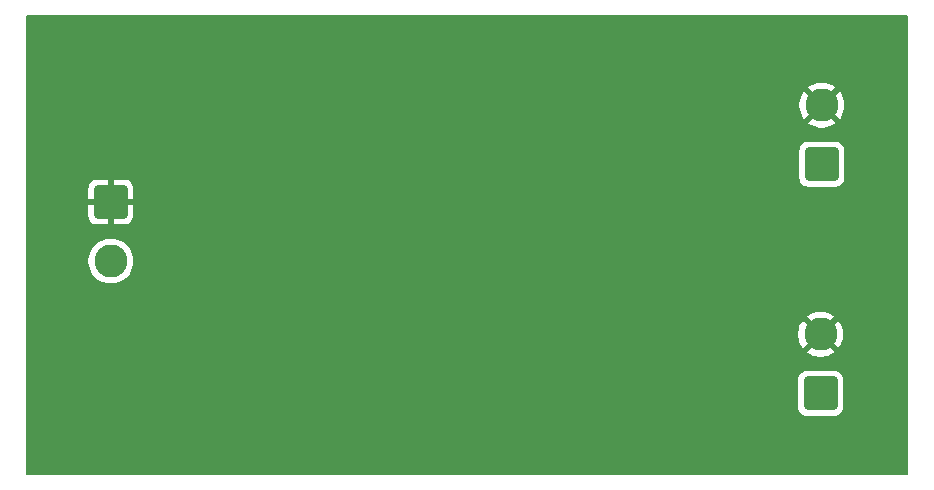
<source format=gbr>
%TF.GenerationSoftware,KiCad,Pcbnew,9.0.0*%
%TF.CreationDate,2025-04-24T17:44:58-04:00*%
%TF.ProjectId,power_systems,706f7765-725f-4737-9973-74656d732e6b,rev?*%
%TF.SameCoordinates,Original*%
%TF.FileFunction,Copper,L2,Bot*%
%TF.FilePolarity,Positive*%
%FSLAX46Y46*%
G04 Gerber Fmt 4.6, Leading zero omitted, Abs format (unit mm)*
G04 Created by KiCad (PCBNEW 9.0.0) date 2025-04-24 17:44:58*
%MOMM*%
%LPD*%
G01*
G04 APERTURE LIST*
G04 Aperture macros list*
%AMRoundRect*
0 Rectangle with rounded corners*
0 $1 Rounding radius*
0 $2 $3 $4 $5 $6 $7 $8 $9 X,Y pos of 4 corners*
0 Add a 4 corners polygon primitive as box body*
4,1,4,$2,$3,$4,$5,$6,$7,$8,$9,$2,$3,0*
0 Add four circle primitives for the rounded corners*
1,1,$1+$1,$2,$3*
1,1,$1+$1,$4,$5*
1,1,$1+$1,$6,$7*
1,1,$1+$1,$8,$9*
0 Add four rect primitives between the rounded corners*
20,1,$1+$1,$2,$3,$4,$5,0*
20,1,$1+$1,$4,$5,$6,$7,0*
20,1,$1+$1,$6,$7,$8,$9,0*
20,1,$1+$1,$8,$9,$2,$3,0*%
G04 Aperture macros list end*
%TA.AperFunction,ComponentPad*%
%ADD10RoundRect,0.250001X1.149999X-1.149999X1.149999X1.149999X-1.149999X1.149999X-1.149999X-1.149999X0*%
%TD*%
%TA.AperFunction,ComponentPad*%
%ADD11C,2.800000*%
%TD*%
%TA.AperFunction,ComponentPad*%
%ADD12RoundRect,0.250001X-1.149999X1.149999X-1.149999X-1.149999X1.149999X-1.149999X1.149999X1.149999X0*%
%TD*%
%TA.AperFunction,ViaPad*%
%ADD13C,0.600000*%
%TD*%
G04 APERTURE END LIST*
D10*
%TO.P,J3,1,Pin_1*%
%TO.N,Net-(J3-Pin_1)*%
X89900000Y-68800000D03*
D11*
%TO.P,J3,2,Pin_2*%
%TO.N,GND*%
X89900000Y-63800000D03*
%TD*%
D10*
%TO.P,J2,1,Pin_1*%
%TO.N,Net-(J2-Pin_1)*%
X90000000Y-49400000D03*
D11*
%TO.P,J2,2,Pin_2*%
%TO.N,GND*%
X90000000Y-44400000D03*
%TD*%
D12*
%TO.P,J1,1,Pin_1*%
%TO.N,GND*%
X29800000Y-52600000D03*
D11*
%TO.P,J1,2,Pin_2*%
%TO.N,Net-(J1-Pin_2)*%
X29800000Y-57600000D03*
%TD*%
D13*
%TO.N,GND*%
X47325000Y-66900000D03*
X47000000Y-46800000D03*
X47000000Y-50200000D03*
%TD*%
%TA.AperFunction,Conductor*%
%TO.N,GND*%
G36*
X97242539Y-36820185D02*
G01*
X97288294Y-36872989D01*
X97299500Y-36924500D01*
X97299500Y-75575500D01*
X97279815Y-75642539D01*
X97227011Y-75688294D01*
X97175500Y-75699500D01*
X22724500Y-75699500D01*
X22657461Y-75679815D01*
X22611706Y-75627011D01*
X22600500Y-75575500D01*
X22600500Y-67599984D01*
X87999500Y-67599984D01*
X87999500Y-70000015D01*
X88010000Y-70102795D01*
X88010001Y-70102796D01*
X88065186Y-70269335D01*
X88065187Y-70269337D01*
X88157286Y-70418651D01*
X88157289Y-70418655D01*
X88281344Y-70542710D01*
X88281348Y-70542713D01*
X88430662Y-70634812D01*
X88430664Y-70634813D01*
X88430666Y-70634814D01*
X88597203Y-70689999D01*
X88699992Y-70700500D01*
X88699997Y-70700500D01*
X91100003Y-70700500D01*
X91100008Y-70700500D01*
X91202797Y-70689999D01*
X91369334Y-70634814D01*
X91518655Y-70542711D01*
X91642711Y-70418655D01*
X91734814Y-70269334D01*
X91789999Y-70102797D01*
X91800500Y-70000008D01*
X91800500Y-67599992D01*
X91789999Y-67497203D01*
X91734814Y-67330666D01*
X91642711Y-67181345D01*
X91518655Y-67057289D01*
X91518651Y-67057286D01*
X91369337Y-66965187D01*
X91369335Y-66965186D01*
X91286065Y-66937593D01*
X91202797Y-66910001D01*
X91202795Y-66910000D01*
X91100015Y-66899500D01*
X91100008Y-66899500D01*
X88699992Y-66899500D01*
X88699984Y-66899500D01*
X88597204Y-66910000D01*
X88597203Y-66910001D01*
X88430664Y-66965186D01*
X88430662Y-66965187D01*
X88281348Y-67057286D01*
X88281344Y-67057289D01*
X88157289Y-67181344D01*
X88157286Y-67181348D01*
X88065187Y-67330662D01*
X88065186Y-67330664D01*
X88010001Y-67497203D01*
X88010000Y-67497204D01*
X87999500Y-67599984D01*
X22600500Y-67599984D01*
X22600500Y-63675466D01*
X88000000Y-63675466D01*
X88000000Y-63924533D01*
X88032508Y-64171463D01*
X88096973Y-64412049D01*
X88192283Y-64642148D01*
X88192288Y-64642159D01*
X88316813Y-64857841D01*
X88316819Y-64857849D01*
X88391400Y-64955045D01*
X89298958Y-64047487D01*
X89323978Y-64107890D01*
X89395112Y-64214351D01*
X89485649Y-64304888D01*
X89592110Y-64376022D01*
X89652511Y-64401041D01*
X88744953Y-65308598D01*
X88842150Y-65383180D01*
X88842158Y-65383186D01*
X89057840Y-65507711D01*
X89057851Y-65507716D01*
X89287950Y-65603026D01*
X89528536Y-65667491D01*
X89775466Y-65700000D01*
X90024534Y-65700000D01*
X90271463Y-65667491D01*
X90512049Y-65603026D01*
X90742148Y-65507716D01*
X90742159Y-65507711D01*
X90957855Y-65383178D01*
X91055045Y-65308600D01*
X91055045Y-65308597D01*
X90147488Y-64401041D01*
X90207890Y-64376022D01*
X90314351Y-64304888D01*
X90404888Y-64214351D01*
X90476022Y-64107890D01*
X90501041Y-64047489D01*
X91408597Y-64955045D01*
X91408600Y-64955045D01*
X91483178Y-64857855D01*
X91607711Y-64642159D01*
X91607716Y-64642148D01*
X91703026Y-64412049D01*
X91767491Y-64171463D01*
X91800000Y-63924533D01*
X91800000Y-63675466D01*
X91767491Y-63428536D01*
X91703026Y-63187950D01*
X91607716Y-62957851D01*
X91607711Y-62957840D01*
X91483186Y-62742158D01*
X91483180Y-62742150D01*
X91408598Y-62644953D01*
X90501041Y-63552510D01*
X90476022Y-63492110D01*
X90404888Y-63385649D01*
X90314351Y-63295112D01*
X90207890Y-63223978D01*
X90147487Y-63198957D01*
X91055045Y-62291400D01*
X90957849Y-62216819D01*
X90957841Y-62216813D01*
X90742159Y-62092288D01*
X90742148Y-62092283D01*
X90512049Y-61996973D01*
X90271463Y-61932508D01*
X90024534Y-61900000D01*
X89775466Y-61900000D01*
X89528536Y-61932508D01*
X89287950Y-61996973D01*
X89057851Y-62092283D01*
X89057847Y-62092285D01*
X88842143Y-62216823D01*
X88744953Y-62291399D01*
X88744953Y-62291400D01*
X89652511Y-63198958D01*
X89592110Y-63223978D01*
X89485649Y-63295112D01*
X89395112Y-63385649D01*
X89323978Y-63492110D01*
X89298958Y-63552511D01*
X88391400Y-62644953D01*
X88391399Y-62644953D01*
X88316823Y-62742143D01*
X88192285Y-62957847D01*
X88192283Y-62957851D01*
X88096973Y-63187950D01*
X88032508Y-63428536D01*
X88000000Y-63675466D01*
X22600500Y-63675466D01*
X22600500Y-57475441D01*
X27899500Y-57475441D01*
X27899500Y-57724558D01*
X27899501Y-57724575D01*
X27932017Y-57971561D01*
X27996498Y-58212207D01*
X28091830Y-58442361D01*
X28091837Y-58442376D01*
X28216400Y-58658126D01*
X28368060Y-58855774D01*
X28368066Y-58855781D01*
X28544218Y-59031933D01*
X28544225Y-59031939D01*
X28741873Y-59183599D01*
X28957623Y-59308162D01*
X28957638Y-59308169D01*
X29056825Y-59349253D01*
X29187793Y-59403502D01*
X29428435Y-59467982D01*
X29675435Y-59500500D01*
X29675442Y-59500500D01*
X29924558Y-59500500D01*
X29924565Y-59500500D01*
X30171565Y-59467982D01*
X30412207Y-59403502D01*
X30642373Y-59308164D01*
X30858127Y-59183599D01*
X31055776Y-59031938D01*
X31231938Y-58855776D01*
X31383599Y-58658127D01*
X31508164Y-58442373D01*
X31603502Y-58212207D01*
X31667982Y-57971565D01*
X31700500Y-57724565D01*
X31700500Y-57475435D01*
X31667982Y-57228435D01*
X31603502Y-56987793D01*
X31508164Y-56757627D01*
X31383599Y-56541873D01*
X31231938Y-56344224D01*
X31231933Y-56344218D01*
X31055781Y-56168066D01*
X31055774Y-56168060D01*
X30858126Y-56016400D01*
X30642376Y-55891837D01*
X30642361Y-55891830D01*
X30412207Y-55796498D01*
X30171561Y-55732017D01*
X29924575Y-55699501D01*
X29924570Y-55699500D01*
X29924565Y-55699500D01*
X29675435Y-55699500D01*
X29675429Y-55699500D01*
X29675424Y-55699501D01*
X29428438Y-55732017D01*
X29187792Y-55796498D01*
X28957638Y-55891830D01*
X28957623Y-55891837D01*
X28741873Y-56016400D01*
X28544225Y-56168060D01*
X28544218Y-56168066D01*
X28368066Y-56344218D01*
X28368060Y-56344225D01*
X28216400Y-56541873D01*
X28091837Y-56757623D01*
X28091830Y-56757638D01*
X27996498Y-56987792D01*
X27932017Y-57228438D01*
X27899501Y-57475424D01*
X27899500Y-57475441D01*
X22600500Y-57475441D01*
X22600500Y-51400014D01*
X27900000Y-51400014D01*
X27900000Y-52350000D01*
X29199999Y-52350000D01*
X29174979Y-52410402D01*
X29150000Y-52535981D01*
X29150000Y-52664019D01*
X29174979Y-52789598D01*
X29199999Y-52850000D01*
X27900000Y-52850000D01*
X27900000Y-53799985D01*
X27910493Y-53902689D01*
X27910494Y-53902696D01*
X27965641Y-54069118D01*
X27965643Y-54069123D01*
X28057684Y-54218344D01*
X28181655Y-54342315D01*
X28330876Y-54434356D01*
X28330881Y-54434358D01*
X28497303Y-54489505D01*
X28497310Y-54489506D01*
X28600014Y-54499999D01*
X28600027Y-54500000D01*
X29550000Y-54500000D01*
X29550000Y-53200001D01*
X29610402Y-53225021D01*
X29735981Y-53250000D01*
X29864019Y-53250000D01*
X29989598Y-53225021D01*
X30050000Y-53200001D01*
X30050000Y-54500000D01*
X30999973Y-54500000D01*
X30999985Y-54499999D01*
X31102689Y-54489506D01*
X31102696Y-54489505D01*
X31269118Y-54434358D01*
X31269123Y-54434356D01*
X31418344Y-54342315D01*
X31542315Y-54218344D01*
X31634356Y-54069123D01*
X31634358Y-54069118D01*
X31689505Y-53902696D01*
X31689506Y-53902689D01*
X31699999Y-53799985D01*
X31700000Y-53799972D01*
X31700000Y-52850000D01*
X30400001Y-52850000D01*
X30425021Y-52789598D01*
X30450000Y-52664019D01*
X30450000Y-52535981D01*
X30425021Y-52410402D01*
X30400001Y-52350000D01*
X31700000Y-52350000D01*
X31700000Y-51400027D01*
X31699999Y-51400014D01*
X31689506Y-51297310D01*
X31689505Y-51297303D01*
X31634358Y-51130881D01*
X31634356Y-51130876D01*
X31542315Y-50981655D01*
X31418344Y-50857684D01*
X31269123Y-50765643D01*
X31269118Y-50765641D01*
X31102696Y-50710494D01*
X31102689Y-50710493D01*
X30999985Y-50700000D01*
X30050000Y-50700000D01*
X30050000Y-51999998D01*
X29989598Y-51974979D01*
X29864019Y-51950000D01*
X29735981Y-51950000D01*
X29610402Y-51974979D01*
X29550000Y-51999998D01*
X29550000Y-50700000D01*
X28600014Y-50700000D01*
X28497310Y-50710493D01*
X28497303Y-50710494D01*
X28330881Y-50765641D01*
X28330876Y-50765643D01*
X28181655Y-50857684D01*
X28057684Y-50981655D01*
X27965643Y-51130876D01*
X27965641Y-51130881D01*
X27910494Y-51297303D01*
X27910493Y-51297310D01*
X27900000Y-51400014D01*
X22600500Y-51400014D01*
X22600500Y-48199984D01*
X88099500Y-48199984D01*
X88099500Y-50600015D01*
X88110000Y-50702795D01*
X88110001Y-50702797D01*
X88130826Y-50765643D01*
X88165186Y-50869335D01*
X88165187Y-50869337D01*
X88257286Y-51018651D01*
X88257289Y-51018655D01*
X88381344Y-51142710D01*
X88381348Y-51142713D01*
X88530662Y-51234812D01*
X88530664Y-51234813D01*
X88530666Y-51234814D01*
X88697203Y-51289999D01*
X88799992Y-51300500D01*
X88799997Y-51300500D01*
X91200003Y-51300500D01*
X91200008Y-51300500D01*
X91302797Y-51289999D01*
X91469334Y-51234814D01*
X91618655Y-51142711D01*
X91742711Y-51018655D01*
X91834814Y-50869334D01*
X91889999Y-50702797D01*
X91900500Y-50600008D01*
X91900500Y-48199992D01*
X91889999Y-48097203D01*
X91834814Y-47930666D01*
X91742711Y-47781345D01*
X91618655Y-47657289D01*
X91618651Y-47657286D01*
X91469337Y-47565187D01*
X91469335Y-47565186D01*
X91386065Y-47537593D01*
X91302797Y-47510001D01*
X91302795Y-47510000D01*
X91200015Y-47499500D01*
X91200008Y-47499500D01*
X88799992Y-47499500D01*
X88799984Y-47499500D01*
X88697204Y-47510000D01*
X88697203Y-47510001D01*
X88530664Y-47565186D01*
X88530662Y-47565187D01*
X88381348Y-47657286D01*
X88381344Y-47657289D01*
X88257289Y-47781344D01*
X88257286Y-47781348D01*
X88165187Y-47930662D01*
X88165186Y-47930664D01*
X88110001Y-48097203D01*
X88110000Y-48097204D01*
X88099500Y-48199984D01*
X22600500Y-48199984D01*
X22600500Y-44275466D01*
X88100000Y-44275466D01*
X88100000Y-44524533D01*
X88132508Y-44771463D01*
X88196973Y-45012049D01*
X88292283Y-45242148D01*
X88292288Y-45242159D01*
X88416813Y-45457841D01*
X88416819Y-45457849D01*
X88491400Y-45555045D01*
X89398958Y-44647487D01*
X89423978Y-44707890D01*
X89495112Y-44814351D01*
X89585649Y-44904888D01*
X89692110Y-44976022D01*
X89752511Y-45001041D01*
X88844953Y-45908598D01*
X88942150Y-45983180D01*
X88942158Y-45983186D01*
X89157840Y-46107711D01*
X89157851Y-46107716D01*
X89387950Y-46203026D01*
X89628536Y-46267491D01*
X89875466Y-46300000D01*
X90124534Y-46300000D01*
X90371463Y-46267491D01*
X90612049Y-46203026D01*
X90842148Y-46107716D01*
X90842159Y-46107711D01*
X91057855Y-45983178D01*
X91155045Y-45908600D01*
X91155045Y-45908597D01*
X90247488Y-45001041D01*
X90307890Y-44976022D01*
X90414351Y-44904888D01*
X90504888Y-44814351D01*
X90576022Y-44707890D01*
X90601041Y-44647488D01*
X91508597Y-45555045D01*
X91508600Y-45555045D01*
X91583178Y-45457855D01*
X91707711Y-45242159D01*
X91707716Y-45242148D01*
X91803026Y-45012049D01*
X91867491Y-44771463D01*
X91900000Y-44524533D01*
X91900000Y-44275466D01*
X91867491Y-44028536D01*
X91803026Y-43787950D01*
X91707716Y-43557851D01*
X91707711Y-43557840D01*
X91583186Y-43342158D01*
X91583180Y-43342150D01*
X91508598Y-43244953D01*
X90601041Y-44152510D01*
X90576022Y-44092110D01*
X90504888Y-43985649D01*
X90414351Y-43895112D01*
X90307890Y-43823978D01*
X90247487Y-43798957D01*
X91155045Y-42891400D01*
X91057849Y-42816819D01*
X91057841Y-42816813D01*
X90842159Y-42692288D01*
X90842148Y-42692283D01*
X90612049Y-42596973D01*
X90371463Y-42532508D01*
X90124534Y-42500000D01*
X89875466Y-42500000D01*
X89628536Y-42532508D01*
X89387950Y-42596973D01*
X89157851Y-42692283D01*
X89157847Y-42692285D01*
X88942143Y-42816823D01*
X88844953Y-42891399D01*
X88844953Y-42891400D01*
X89752511Y-43798958D01*
X89692110Y-43823978D01*
X89585649Y-43895112D01*
X89495112Y-43985649D01*
X89423978Y-44092110D01*
X89398958Y-44152511D01*
X88491400Y-43244953D01*
X88491399Y-43244953D01*
X88416823Y-43342143D01*
X88292285Y-43557847D01*
X88292283Y-43557851D01*
X88196973Y-43787950D01*
X88132508Y-44028536D01*
X88100000Y-44275466D01*
X22600500Y-44275466D01*
X22600500Y-36924500D01*
X22620185Y-36857461D01*
X22672989Y-36811706D01*
X22724500Y-36800500D01*
X97175500Y-36800500D01*
X97242539Y-36820185D01*
G37*
%TD.AperFunction*%
%TD*%
M02*

</source>
